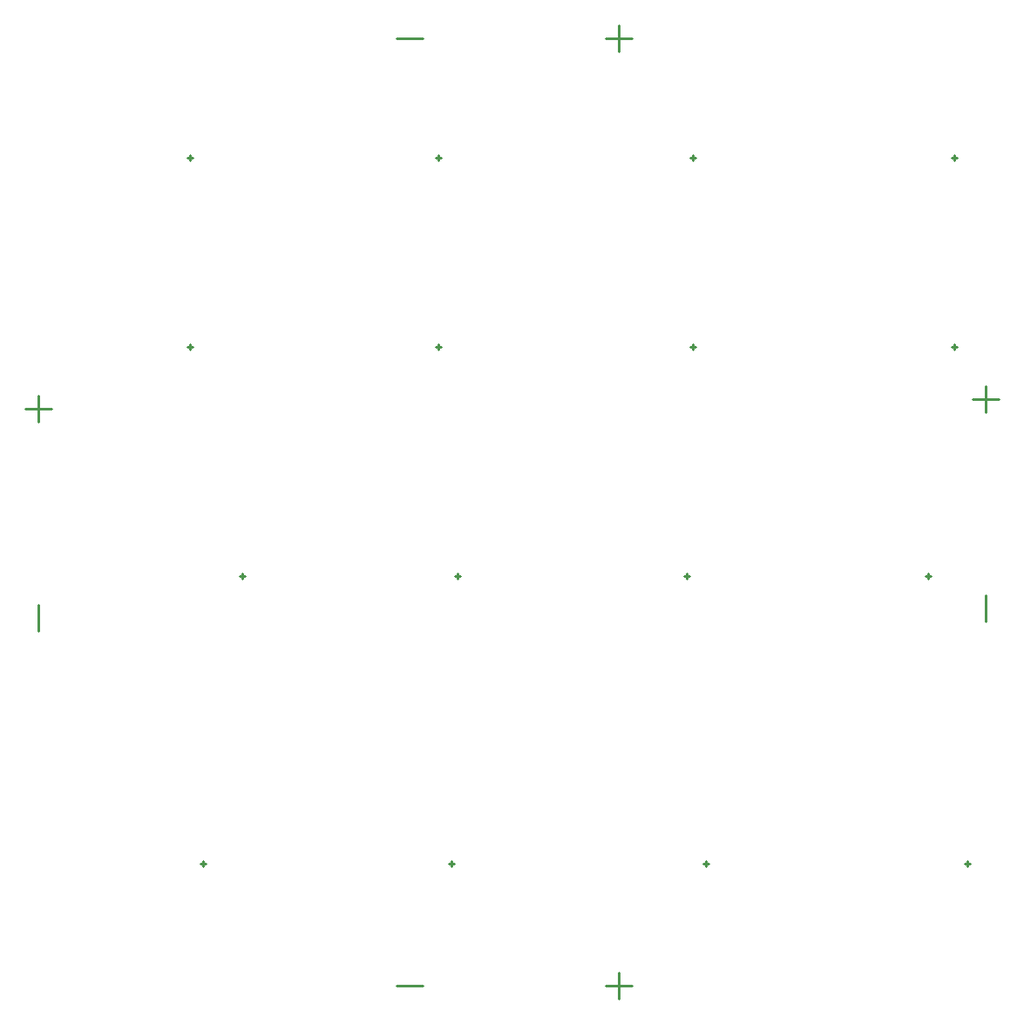
<source format=gbo>
G04 (created by PCBNEW-RS274X (2011-nov-30)-testing) date Sat 18 Aug 2012 05:52:09 PM EDT*
%MOIN*%
G04 Gerber Fmt 3.4, Leading zero omitted, Abs format*
%FSLAX34Y34*%
G01*
G70*
G90*
G04 APERTURE LIST*
%ADD10C,0.006*%
%ADD11C,0.01*%
G04 APERTURE END LIST*
G54D10*
G54D11*
X78300Y-68600D02*
X78300Y-68400D01*
X78300Y-68400D02*
X78300Y-68500D01*
X78300Y-68500D02*
X78200Y-68500D01*
X78200Y-68500D02*
X78400Y-68500D01*
X98744Y-58224D02*
X98744Y-59224D01*
X99244Y-50724D02*
X98244Y-50724D01*
X98744Y-50224D02*
X98744Y-51224D01*
X77209Y-73154D02*
X76209Y-73154D01*
X84709Y-73654D02*
X84709Y-72654D01*
X85209Y-73154D02*
X84209Y-73154D01*
X77209Y-36933D02*
X76209Y-36933D01*
X84709Y-37433D02*
X84709Y-36433D01*
X85209Y-36933D02*
X84209Y-36933D01*
X62524Y-58618D02*
X62524Y-59618D01*
X63024Y-51118D02*
X62024Y-51118D01*
X62524Y-50618D02*
X62524Y-51618D01*
X68800Y-68600D02*
X68800Y-68400D01*
X68800Y-68400D02*
X68800Y-68500D01*
X68800Y-68500D02*
X68700Y-68500D01*
X68700Y-68500D02*
X68900Y-68500D01*
X98050Y-68600D02*
X98050Y-68400D01*
X98050Y-68400D02*
X98050Y-68500D01*
X98050Y-68500D02*
X97950Y-68500D01*
X97950Y-68500D02*
X98150Y-68500D01*
X88050Y-68600D02*
X88050Y-68400D01*
X88050Y-68400D02*
X88050Y-68500D01*
X88050Y-68500D02*
X87950Y-68500D01*
X87950Y-68500D02*
X88150Y-68500D01*
X70300Y-57600D02*
X70300Y-57400D01*
X70300Y-57400D02*
X70300Y-57500D01*
X70300Y-57500D02*
X70200Y-57500D01*
X70200Y-57500D02*
X70400Y-57500D01*
X96550Y-57600D02*
X96550Y-57400D01*
X96550Y-57400D02*
X96550Y-57500D01*
X96550Y-57500D02*
X96450Y-57500D01*
X96450Y-57500D02*
X96650Y-57500D01*
X87300Y-57600D02*
X87300Y-57400D01*
X87300Y-57400D02*
X87300Y-57500D01*
X87300Y-57500D02*
X87200Y-57500D01*
X87200Y-57500D02*
X87400Y-57500D01*
X78550Y-57600D02*
X78550Y-57400D01*
X78550Y-57400D02*
X78550Y-57500D01*
X78550Y-57500D02*
X78450Y-57500D01*
X78450Y-57500D02*
X78650Y-57500D01*
X68300Y-48850D02*
X68300Y-48650D01*
X68300Y-48650D02*
X68300Y-48750D01*
X68300Y-48750D02*
X68200Y-48750D01*
X68200Y-48750D02*
X68400Y-48750D01*
X97550Y-48850D02*
X97550Y-48650D01*
X97550Y-48650D02*
X97550Y-48750D01*
X97550Y-48750D02*
X97450Y-48750D01*
X97450Y-48750D02*
X97650Y-48750D01*
X87550Y-48850D02*
X87550Y-48650D01*
X87550Y-48650D02*
X87550Y-48750D01*
X87550Y-48750D02*
X87450Y-48750D01*
X87450Y-48750D02*
X87650Y-48750D01*
X77800Y-48850D02*
X77800Y-48650D01*
X77800Y-48650D02*
X77800Y-48750D01*
X77800Y-48750D02*
X77700Y-48750D01*
X77700Y-48750D02*
X77900Y-48750D01*
X68300Y-41600D02*
X68300Y-41400D01*
X68300Y-41400D02*
X68300Y-41500D01*
X68300Y-41500D02*
X68200Y-41500D01*
X68200Y-41500D02*
X68400Y-41500D01*
X97550Y-41600D02*
X97550Y-41400D01*
X97550Y-41400D02*
X97550Y-41500D01*
X97550Y-41500D02*
X97450Y-41500D01*
X97450Y-41500D02*
X97650Y-41500D01*
X87550Y-41600D02*
X87550Y-41400D01*
X87550Y-41400D02*
X87550Y-41500D01*
X87550Y-41500D02*
X87450Y-41500D01*
X87450Y-41500D02*
X87650Y-41500D01*
X77800Y-41600D02*
X77800Y-41400D01*
X77800Y-41400D02*
X77800Y-41500D01*
X77800Y-41500D02*
X77700Y-41500D01*
X77700Y-41500D02*
X77900Y-41500D01*
M02*

</source>
